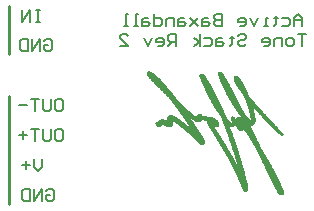
<source format=gbo>
G04 Layer_Color=12566272*
%FSLAX24Y24*%
%MOIN*%
G70*
G01*
G75*
%ADD17C,0.0100*%
%ADD28C,0.0080*%
%ADD38C,0.0010*%
D17*
X1500Y700D02*
Y4300D01*
Y5700D02*
Y7300D01*
D28*
X2520Y7180D02*
X2387D01*
X2453D01*
Y6780D01*
X2520D01*
X2387D01*
X2187D02*
Y7180D01*
X1920Y6780D01*
Y7180D01*
X2653Y6163D02*
X2720Y6230D01*
X2853D01*
X2920Y6163D01*
Y5897D01*
X2853Y5830D01*
X2720D01*
X2653Y5897D01*
Y6030D01*
X2787D01*
X2520Y5830D02*
Y6230D01*
X2254Y5830D01*
Y6230D01*
X2120D02*
Y5830D01*
X1920D01*
X1854Y5897D01*
Y6163D01*
X1920Y6230D01*
X2120D01*
X11266Y6652D02*
Y6918D01*
X11132Y7052D01*
X10999Y6918D01*
Y6652D01*
Y6852D01*
X11266D01*
X10599Y6918D02*
X10799D01*
X10866Y6852D01*
Y6718D01*
X10799Y6652D01*
X10599D01*
X10399Y6985D02*
Y6918D01*
X10466D01*
X10333D01*
X10399D01*
Y6718D01*
X10333Y6652D01*
X10133D02*
X9999D01*
X10066D01*
Y6918D01*
X10133D01*
X9800D02*
X9666Y6652D01*
X9533Y6918D01*
X9200Y6652D02*
X9333D01*
X9400Y6718D01*
Y6852D01*
X9333Y6918D01*
X9200D01*
X9133Y6852D01*
Y6785D01*
X9400D01*
X8600Y7052D02*
Y6652D01*
X8400D01*
X8333Y6718D01*
Y6785D01*
X8400Y6852D01*
X8600D01*
X8400D01*
X8333Y6918D01*
Y6985D01*
X8400Y7052D01*
X8600D01*
X8133Y6918D02*
X8000D01*
X7933Y6852D01*
Y6652D01*
X8133D01*
X8200Y6718D01*
X8133Y6785D01*
X7933D01*
X7800Y6918D02*
X7534Y6652D01*
X7667Y6785D01*
X7534Y6918D01*
X7800Y6652D01*
X7334Y6918D02*
X7200D01*
X7134Y6852D01*
Y6652D01*
X7334D01*
X7400Y6718D01*
X7334Y6785D01*
X7134D01*
X7000Y6652D02*
Y6918D01*
X6800D01*
X6734Y6852D01*
Y6652D01*
X6334Y7052D02*
Y6652D01*
X6534D01*
X6601Y6718D01*
Y6852D01*
X6534Y6918D01*
X6334D01*
X6134D02*
X6001D01*
X5934Y6852D01*
Y6652D01*
X6134D01*
X6201Y6718D01*
X6134Y6785D01*
X5934D01*
X5801Y6652D02*
X5668D01*
X5734D01*
Y7052D01*
X5801D01*
X5468Y6652D02*
X5334D01*
X5401D01*
Y7052D01*
X5468D01*
X11399Y6380D02*
X11132D01*
X11266D01*
Y5980D01*
X10932D02*
X10799D01*
X10733Y6047D01*
Y6180D01*
X10799Y6247D01*
X10932D01*
X10999Y6180D01*
Y6047D01*
X10932Y5980D01*
X10599D02*
Y6247D01*
X10399D01*
X10333Y6180D01*
Y5980D01*
X9999D02*
X10133D01*
X10199Y6047D01*
Y6180D01*
X10133Y6247D01*
X9999D01*
X9933Y6180D01*
Y6113D01*
X10199D01*
X9133Y6313D02*
X9200Y6380D01*
X9333D01*
X9400Y6313D01*
Y6247D01*
X9333Y6180D01*
X9200D01*
X9133Y6113D01*
Y6047D01*
X9200Y5980D01*
X9333D01*
X9400Y6047D01*
X8933Y6313D02*
Y6247D01*
X9000D01*
X8866D01*
X8933D01*
Y6047D01*
X8866Y5980D01*
X8600Y6247D02*
X8467D01*
X8400Y6180D01*
Y5980D01*
X8600D01*
X8667Y6047D01*
X8600Y6113D01*
X8400D01*
X8000Y6247D02*
X8200D01*
X8267Y6180D01*
Y6047D01*
X8200Y5980D01*
X8000D01*
X7867D02*
Y6380D01*
Y6113D02*
X7667Y6247D01*
X7867Y6113D02*
X7667Y5980D01*
X7067D02*
Y6380D01*
X6867D01*
X6800Y6313D01*
Y6180D01*
X6867Y6113D01*
X7067D01*
X6934D02*
X6800Y5980D01*
X6467D02*
X6601D01*
X6667Y6047D01*
Y6180D01*
X6601Y6247D01*
X6467D01*
X6401Y6180D01*
Y6113D01*
X6667D01*
X6267Y6247D02*
X6134Y5980D01*
X6001Y6247D01*
X5201Y5980D02*
X5468D01*
X5201Y6247D01*
Y6313D01*
X5268Y6380D01*
X5401D01*
X5468Y6313D01*
X3100Y3200D02*
X3233D01*
X3300Y3133D01*
Y2867D01*
X3233Y2800D01*
X3100D01*
X3033Y2867D01*
Y3133D01*
X3100Y3200D01*
X2900D02*
Y2867D01*
X2833Y2800D01*
X2700D01*
X2634Y2867D01*
Y3200D01*
X2500D02*
X2234D01*
X2367D01*
Y2800D01*
X2100Y3000D02*
X1834D01*
X1967Y3133D02*
Y2867D01*
X2733Y1133D02*
X2800Y1200D01*
X2933D01*
X3000Y1133D01*
Y867D01*
X2933Y800D01*
X2800D01*
X2733Y867D01*
Y1000D01*
X2867D01*
X2600Y800D02*
Y1200D01*
X2334Y800D01*
Y1200D01*
X2200D02*
Y800D01*
X2000D01*
X1934Y867D01*
Y1133D01*
X2000Y1200D01*
X2200D01*
X3100Y4200D02*
X3233D01*
X3300Y4133D01*
Y3867D01*
X3233Y3800D01*
X3100D01*
X3033Y3867D01*
Y4133D01*
X3100Y4200D01*
X2900D02*
Y3867D01*
X2833Y3800D01*
X2700D01*
X2634Y3867D01*
Y4200D01*
X2500D02*
X2234D01*
X2367D01*
Y3800D01*
X2100Y4000D02*
X1834D01*
X2600Y2200D02*
Y1933D01*
X2467Y1800D01*
X2333Y1933D01*
Y2200D01*
X2200Y2000D02*
X1934D01*
X2067Y2133D02*
Y1867D01*
D38*
X6150Y5140D02*
X6160D01*
X8490Y5130D02*
X8540D01*
X6120D02*
X6190D01*
X8470Y5120D02*
X8560D01*
X6110D02*
X6220D01*
X8470Y5110D02*
X8570D01*
X6100D02*
X6240D01*
X8460Y5100D02*
X8580D01*
X6090D02*
X6250D01*
X8460Y5090D02*
X8590D01*
X6090D02*
X6270D01*
X8460Y5080D02*
X8590D01*
X6090D02*
X6290D01*
X8460Y5070D02*
X8600D01*
X6090D02*
X6300D01*
X8460Y5060D02*
X8610D01*
X6090D02*
X6310D01*
X8460Y5050D02*
X8620D01*
X7880D02*
X7940D01*
X6090D02*
X6320D01*
X8470Y5040D02*
X8620D01*
X7870D02*
X7960D01*
X6100D02*
X6330D01*
X8470Y5030D02*
X8630D01*
X7860D02*
X7970D01*
X6100D02*
X6350D01*
X8470Y5020D02*
X8630D01*
X7860D02*
X7980D01*
X6110D02*
X6360D01*
X8480Y5010D02*
X8640D01*
X7850D02*
X7990D01*
X6120D02*
X6370D01*
X8480Y5000D02*
X8650D01*
X7850D02*
X7990D01*
X6120D02*
X6380D01*
X9010Y4990D02*
X9070D01*
X8490D02*
X8650D01*
X7850D02*
X8000D01*
X6130D02*
X6390D01*
X9000Y4980D02*
X9090D01*
X8490D02*
X8660D01*
X7850D02*
X8010D01*
X6140D02*
X6400D01*
X8990Y4970D02*
X9100D01*
X8490D02*
X8670D01*
X7860D02*
X8020D01*
X6150D02*
X6410D01*
X8990Y4960D02*
X9120D01*
X8500D02*
X8670D01*
X7860D02*
X8030D01*
X6160D02*
X6420D01*
X8990Y4950D02*
X9130D01*
X8500D02*
X8680D01*
X7860D02*
X8030D01*
X6160D02*
X6440D01*
X8990Y4940D02*
X9140D01*
X8510D02*
X8680D01*
X7870D02*
X8040D01*
X6170D02*
X6450D01*
X8990Y4930D02*
X9150D01*
X8510D02*
X8690D01*
X7870D02*
X8050D01*
X6180D02*
X6460D01*
X8990Y4920D02*
X9150D01*
X8520D02*
X8690D01*
X7870D02*
X8050D01*
X6190D02*
X6470D01*
X8990Y4910D02*
X9160D01*
X8520D02*
X8700D01*
X7880D02*
X8060D01*
X6200D02*
X6480D01*
X8990Y4900D02*
X9170D01*
X8520D02*
X8700D01*
X7880D02*
X8070D01*
X6210D02*
X6490D01*
X8990Y4890D02*
X9180D01*
X8530D02*
X8710D01*
X7890D02*
X8070D01*
X6220D02*
X6500D01*
X8990Y4880D02*
X9180D01*
X8530D02*
X8720D01*
X7890D02*
X8080D01*
X6230D02*
X6510D01*
X9000Y4870D02*
X9190D01*
X8540D02*
X8720D01*
X7900D02*
X8080D01*
X6240D02*
X6520D01*
X9000Y4860D02*
X9200D01*
X8540D02*
X8730D01*
X7900D02*
X8090D01*
X6250D02*
X6530D01*
X9000Y4850D02*
X9210D01*
X8550D02*
X8730D01*
X7900D02*
X8100D01*
X6260D02*
X6540D01*
X9010Y4840D02*
X9210D01*
X8550D02*
X8740D01*
X7910D02*
X8100D01*
X6270D02*
X6550D01*
X9010Y4830D02*
X9220D01*
X8550D02*
X8740D01*
X7910D02*
X8110D01*
X6280D02*
X6550D01*
X9010Y4820D02*
X9230D01*
X8560D02*
X8750D01*
X7920D02*
X8110D01*
X6290D02*
X6560D01*
X9020Y4810D02*
X9230D01*
X8560D02*
X8760D01*
X7920D02*
X8120D01*
X6300D02*
X6570D01*
X9020Y4800D02*
X9240D01*
X8570D02*
X8760D01*
X7930D02*
X8130D01*
X6310D02*
X6580D01*
X9020Y4790D02*
X9240D01*
X8570D02*
X8770D01*
X7930D02*
X8130D01*
X6320D02*
X6590D01*
X9030Y4780D02*
X9250D01*
X8570D02*
X8770D01*
X7930D02*
X8140D01*
X6330D02*
X6600D01*
X9030Y4770D02*
X9260D01*
X8580D02*
X8780D01*
X7940D02*
X8150D01*
X6340D02*
X6610D01*
X9040Y4760D02*
X9260D01*
X8580D02*
X8780D01*
X7940D02*
X8150D01*
X6350D02*
X6620D01*
X9050Y4750D02*
X9270D01*
X8590D02*
X8790D01*
X7950D02*
X8160D01*
X6360D02*
X6630D01*
X9050Y4740D02*
X9280D01*
X8590D02*
X8790D01*
X7950D02*
X8160D01*
X6360D02*
X6630D01*
X9060Y4730D02*
X9280D01*
X8600D02*
X8800D01*
X7960D02*
X8170D01*
X6370D02*
X6640D01*
X9060Y4720D02*
X9290D01*
X8600D02*
X8810D01*
X7960D02*
X8180D01*
X6380D02*
X6650D01*
X9070Y4710D02*
X9300D01*
X8600D02*
X8810D01*
X7970D02*
X8180D01*
X6390D02*
X6660D01*
X9070Y4700D02*
X9300D01*
X8610D02*
X8820D01*
X7970D02*
X8190D01*
X6400D02*
X6670D01*
X9080Y4690D02*
X9310D01*
X8610D02*
X8820D01*
X7970D02*
X8190D01*
X6410D02*
X6680D01*
X9090Y4680D02*
X9310D01*
X8620D02*
X8830D01*
X7980D02*
X8200D01*
X6420D02*
X6690D01*
X9090Y4670D02*
X9310D01*
X8620D02*
X8830D01*
X7980D02*
X8210D01*
X6430D02*
X6700D01*
X9100Y4660D02*
X9320D01*
X8630D02*
X8840D01*
X7990D02*
X8210D01*
X6440D02*
X6700D01*
X9110Y4650D02*
X9320D01*
X8630D02*
X8840D01*
X7990D02*
X8220D01*
X6450D02*
X6710D01*
X9110Y4640D02*
X9330D01*
X8640D02*
X8850D01*
X8000D02*
X8220D01*
X6460D02*
X6720D01*
X9120Y4630D02*
X9330D01*
X8640D02*
X8850D01*
X8100D02*
X8230D01*
X8000D02*
X8090D01*
X6470D02*
X6730D01*
X9130Y4620D02*
X9340D01*
X8650D02*
X8860D01*
X8010D02*
X8230D01*
X6480D02*
X6740D01*
X9130Y4610D02*
X9340D01*
X8650D02*
X8870D01*
X8110D02*
X8240D01*
X8010D02*
X8100D01*
X6490D02*
X6750D01*
X9140Y4600D02*
X9350D01*
X8660D02*
X8870D01*
X8020D02*
X8240D01*
X6510D02*
X6750D01*
X9140Y4590D02*
X9350D01*
X8660D02*
X8880D01*
X8120D02*
X8250D01*
X8020D02*
X8110D01*
X6520D02*
X6760D01*
X9150Y4580D02*
X9360D01*
X8670D02*
X8880D01*
X8020D02*
X8250D01*
X6530D02*
X6770D01*
X9160Y4570D02*
X9360D01*
X8670D02*
X8890D01*
X8130D02*
X8260D01*
X8030D02*
X8120D01*
X6540D02*
X6780D01*
X9170Y4560D02*
X9370D01*
X8680D02*
X8890D01*
X8140D02*
X8260D01*
X8030D02*
X8120D01*
X6550D02*
X6790D01*
X9170Y4550D02*
X9370D01*
X8680D02*
X8900D01*
X8140D02*
X8270D01*
X8040D02*
X8130D01*
X6560D02*
X6800D01*
X9180Y4540D02*
X9380D01*
X8680D02*
X8900D01*
X8150D02*
X8280D01*
X8040D02*
X8130D01*
X6570D02*
X6800D01*
X9190Y4530D02*
X9380D01*
X8690D02*
X8910D01*
X8150D02*
X8280D01*
X8050D02*
X8140D01*
X6580D02*
X6810D01*
X9190Y4520D02*
X9380D01*
X8690D02*
X8910D01*
X8160D02*
X8290D01*
X8050D02*
X8140D01*
X6590D02*
X6820D01*
X9200Y4510D02*
X9390D01*
X8700D02*
X8920D01*
X8160D02*
X8290D01*
X8060D02*
X8140D01*
X6600D02*
X6830D01*
X9210Y4500D02*
X9390D01*
X8700D02*
X8920D01*
X8170D02*
X8300D01*
X8060D02*
X8150D01*
X6610D02*
X6840D01*
X9220Y4490D02*
X9400D01*
X8710D02*
X8930D01*
X8170D02*
X8300D01*
X8070D02*
X8150D01*
X6620D02*
X6850D01*
X9220Y4480D02*
X9400D01*
X8710D02*
X8930D01*
X8180D02*
X8310D01*
X8070D02*
X8160D01*
X6630D02*
X6850D01*
X9230Y4470D02*
X9410D01*
X8720D02*
X8940D01*
X8180D02*
X8310D01*
X8070D02*
X8160D01*
X6640D02*
X6860D01*
X9240Y4460D02*
X9410D01*
X8720D02*
X8950D01*
X8190D02*
X8320D01*
X8080D02*
X8170D01*
X6650D02*
X6870D01*
X9240Y4450D02*
X9420D01*
X8730D02*
X8950D01*
X8190D02*
X8320D01*
X8080D02*
X8170D01*
X6660D02*
X6880D01*
X9250Y4440D02*
X9420D01*
X8730D02*
X8960D01*
X8200D02*
X8330D01*
X8090D02*
X8180D01*
X6670D02*
X6890D01*
X9260Y4430D02*
X9420D01*
X8740D02*
X8960D01*
X8200D02*
X8330D01*
X8090D02*
X8180D01*
X6680D02*
X6900D01*
X9270Y4420D02*
X9430D01*
X8740D02*
X8970D01*
X8210D02*
X8340D01*
X8100D02*
X8180D01*
X6690D02*
X6900D01*
X9270Y4410D02*
X9430D01*
X8740D02*
X8970D01*
X8210D02*
X8340D01*
X8100D02*
X8190D01*
X6700D02*
X6910D01*
X9280Y4400D02*
X9440D01*
X8750D02*
X8980D01*
X8220D02*
X8350D01*
X8110D02*
X8190D01*
X6710D02*
X6920D01*
X9290Y4390D02*
X9440D01*
X8750D02*
X8980D01*
X8220D02*
X8350D01*
X8110D02*
X8200D01*
X6720D02*
X6930D01*
X9290Y4380D02*
X9450D01*
X8760D02*
X8990D01*
X8230D02*
X8360D01*
X8120D02*
X8200D01*
X6730D02*
X6940D01*
X9300Y4370D02*
X9450D01*
X8770D02*
X8990D01*
X8230D02*
X8360D01*
X8120D02*
X8210D01*
X6740D02*
X6940D01*
X9310Y4360D02*
X9450D01*
X8770D02*
X9000D01*
X8240D02*
X8370D01*
X8130D02*
X8210D01*
X6750D02*
X6950D01*
X9320Y4350D02*
X9460D01*
X8780D02*
X9000D01*
X8240D02*
X8370D01*
X8130D02*
X8220D01*
X6760D02*
X6960D01*
X9320Y4340D02*
X9460D01*
X8780D02*
X9010D01*
X8250D02*
X8380D01*
X8140D02*
X8220D01*
X6770D02*
X6970D01*
X9330Y4330D02*
X9470D01*
X8790D02*
X9010D01*
X8250D02*
X8380D01*
X8140D02*
X8230D01*
X6780D02*
X6970D01*
X9340Y4320D02*
X9470D01*
X8790D02*
X9020D01*
X8260D02*
X8390D01*
X8150D02*
X8230D01*
X6790D02*
X6980D01*
X9340Y4310D02*
X9470D01*
X8800D02*
X9020D01*
X8260D02*
X8390D01*
X8150D02*
X8240D01*
X6800D02*
X6990D01*
X9350Y4300D02*
X9480D01*
X8810D02*
X9030D01*
X8270D02*
X8400D01*
X8160D02*
X8240D01*
X6810D02*
X7000D01*
X9350Y4290D02*
X9490D01*
X8810D02*
X9030D01*
X8270D02*
X8400D01*
X8160D02*
X8250D01*
X6820D02*
X7000D01*
X9360Y4280D02*
X9490D01*
X8820D02*
X9040D01*
X8280D02*
X8410D01*
X8170D02*
X8250D01*
X6830D02*
X7010D01*
X9360Y4270D02*
X9500D01*
X8820D02*
X9040D01*
X8280D02*
X8410D01*
X8170D02*
X8260D01*
X6840D02*
X7020D01*
X9360Y4260D02*
X9510D01*
X8830D02*
X9050D01*
X8290D02*
X8420D01*
X8180D02*
X8260D01*
X6850D02*
X7030D01*
X9370Y4250D02*
X9520D01*
X8830D02*
X9050D01*
X8290D02*
X8420D01*
X8180D02*
X8270D01*
X6860D02*
X7030D01*
X9370Y4240D02*
X9530D01*
X8840D02*
X9060D01*
X8300D02*
X8430D01*
X8190D02*
X8270D01*
X6860D02*
X7040D01*
X9370Y4230D02*
X9530D01*
X8840D02*
X9060D01*
X8300D02*
X8440D01*
X8190D02*
X8280D01*
X6870D02*
X7050D01*
X9380Y4220D02*
X9540D01*
X8850D02*
X9070D01*
X8310D02*
X8440D01*
X8200D02*
X8290D01*
X6880D02*
X7060D01*
X9380Y4210D02*
X9550D01*
X8860D02*
X9070D01*
X8310D02*
X8450D01*
X8200D02*
X8290D01*
X6890D02*
X7060D01*
X9390Y4200D02*
X9560D01*
X8860D02*
X9080D01*
X8320D02*
X8450D01*
X8210D02*
X8300D01*
X6900D02*
X7070D01*
X9390Y4190D02*
X9570D01*
X8870D02*
X9080D01*
X8320D02*
X8460D01*
X8220D02*
X8300D01*
X6900D02*
X7080D01*
X9390Y4180D02*
X9580D01*
X8870D02*
X9090D01*
X8330D02*
X8460D01*
X8220D02*
X8310D01*
X6910D02*
X7090D01*
X9400Y4170D02*
X9590D01*
X8880D02*
X9090D01*
X8330D02*
X8470D01*
X8230D02*
X8320D01*
X6920D02*
X7090D01*
X9400Y4160D02*
X9600D01*
X8890D02*
X9100D01*
X8340D02*
X8470D01*
X8230D02*
X8320D01*
X6930D02*
X7100D01*
X9400Y4150D02*
X9610D01*
X8890D02*
X9100D01*
X8340D02*
X8480D01*
X8240D02*
X8330D01*
X6930D02*
X7110D01*
X9410Y4140D02*
X9620D01*
X8900D02*
X9110D01*
X8350D02*
X8480D01*
X8250D02*
X8330D01*
X6940D02*
X7120D01*
X9410Y4130D02*
X9630D01*
X8900D02*
X9110D01*
X8350D02*
X8480D01*
X8250D02*
X8340D01*
X6950D02*
X7130D01*
X9420Y4120D02*
X9640D01*
X8910D02*
X9120D01*
X8360D02*
X8490D01*
X8260D02*
X8340D01*
X6960D02*
X7140D01*
X9420Y4110D02*
X9650D01*
X8910D02*
X9120D01*
X8360D02*
X8490D01*
X8260D02*
X8350D01*
X6960D02*
X7160D01*
X9420Y4100D02*
X9660D01*
X8920D02*
X9130D01*
X8370D02*
X8500D01*
X8270D02*
X8360D01*
X6970D02*
X7170D01*
X9430Y4090D02*
X9660D01*
X8930D02*
X9130D01*
X8370D02*
X8500D01*
X8280D02*
X8360D01*
X6980D02*
X7180D01*
X9430Y4080D02*
X9670D01*
X8930D02*
X9140D01*
X8380D02*
X8510D01*
X8280D02*
X8370D01*
X6990D02*
X7190D01*
X9430Y4070D02*
X9680D01*
X8940D02*
X9140D01*
X8380D02*
X8510D01*
X8290D02*
X8370D01*
X6990D02*
X7200D01*
X9440Y4060D02*
X9690D01*
X8940D02*
X9150D01*
X8390D02*
X8520D01*
X8290D02*
X8380D01*
X7000D02*
X7210D01*
X9440Y4050D02*
X9700D01*
X8950D02*
X9160D01*
X8300D02*
X8520D01*
X7010D02*
X7220D01*
X9580Y4040D02*
X9710D01*
X9440D02*
X9570D01*
X8950D02*
X9160D01*
X8300D02*
X8530D01*
X7020D02*
X7230D01*
X9590Y4030D02*
X9720D01*
X9440D02*
X9580D01*
X8960D02*
X9170D01*
X8310D02*
X8530D01*
X7020D02*
X7240D01*
X9600Y4020D02*
X9730D01*
X9450D02*
X9580D01*
X8970D02*
X9170D01*
X8320D02*
X8540D01*
X7030D02*
X7250D01*
X9600Y4010D02*
X9740D01*
X9450D02*
X9580D01*
X8970D02*
X9180D01*
X8320D02*
X8540D01*
X7040D02*
X7260D01*
X9610Y4000D02*
X9750D01*
X9450D02*
X9590D01*
X8980D02*
X9180D01*
X8330D02*
X8550D01*
X7040D02*
X7270D01*
X9620Y3990D02*
X9760D01*
X9460D02*
X9590D01*
X8990D02*
X9190D01*
X8330D02*
X8550D01*
X7050D02*
X7280D01*
X9630Y3980D02*
X9760D01*
X9460D02*
X9590D01*
X8990D02*
X9190D01*
X8340D02*
X8560D01*
X7060D02*
X7290D01*
X9640Y3970D02*
X9770D01*
X9460D02*
X9600D01*
X9000D02*
X9200D01*
X8340D02*
X8560D01*
X7070D02*
X7300D01*
X9650Y3960D02*
X9780D01*
X9470D02*
X9600D01*
X9010D02*
X9200D01*
X8350D02*
X8560D01*
X7070D02*
X7320D01*
X9660Y3950D02*
X9790D01*
X9470D02*
X9600D01*
X9010D02*
X9210D01*
X8360D02*
X8570D01*
X7080D02*
X7330D01*
X9670Y3940D02*
X9800D01*
X9470D02*
X9610D01*
X9020D02*
X9210D01*
X8360D02*
X8570D01*
X7090D02*
X7340D01*
X9680Y3930D02*
X9810D01*
X9480D02*
X9610D01*
X9030D02*
X9220D01*
X8370D02*
X8580D01*
X7090D02*
X7350D01*
X9690Y3920D02*
X9820D01*
X9480D02*
X9610D01*
X9030D02*
X9220D01*
X8380D02*
X8580D01*
X7100D02*
X7360D01*
X9690Y3910D02*
X9830D01*
X9480D02*
X9610D01*
X9040D02*
X9230D01*
X8380D02*
X8590D01*
X7110D02*
X7370D01*
X9700Y3900D02*
X9840D01*
X9490D02*
X9620D01*
X9050D02*
X9230D01*
X8390D02*
X8590D01*
X7110D02*
X7380D01*
X9710Y3890D02*
X9840D01*
X9490D02*
X9620D01*
X9060D02*
X9240D01*
X8390D02*
X8600D01*
X7120D02*
X7390D01*
X9720Y3880D02*
X9850D01*
X9490D02*
X9620D01*
X9060D02*
X9250D01*
X8400D02*
X8600D01*
X7130D02*
X7400D01*
X9730Y3870D02*
X9860D01*
X9490D02*
X9620D01*
X9070D02*
X9250D01*
X8410D02*
X8610D01*
X7140D02*
X7410D01*
X9740Y3860D02*
X9870D01*
X9500D02*
X9630D01*
X9080D02*
X9260D01*
X8410D02*
X8610D01*
X7140D02*
X7420D01*
X9750Y3850D02*
X9880D01*
X9500D02*
X9630D01*
X9080D02*
X9260D01*
X8420D02*
X8620D01*
X7150D02*
X7430D01*
X9760Y3840D02*
X9890D01*
X9500D02*
X9630D01*
X9090D02*
X9270D01*
X8430D02*
X8620D01*
X7160D02*
X7440D01*
X9770Y3830D02*
X9900D01*
X9500D02*
X9630D01*
X9100D02*
X9270D01*
X8440D02*
X8630D01*
X7160D02*
X7460D01*
X9770Y3820D02*
X9910D01*
X9510D02*
X9640D01*
X9100D02*
X9280D01*
X8440D02*
X8630D01*
X7170D02*
X7470D01*
X9780Y3810D02*
X9910D01*
X9510D02*
X9640D01*
X9110D02*
X9280D01*
X8450D02*
X8630D01*
X7180D02*
X7480D01*
X9790Y3800D02*
X9920D01*
X9510D02*
X9640D01*
X9120D02*
X9290D01*
X8460D02*
X8640D01*
X7190D02*
X7490D01*
X9800Y3790D02*
X9930D01*
X9510D02*
X9640D01*
X9130D02*
X9290D01*
X8460D02*
X8640D01*
X7190D02*
X7500D01*
X9810Y3780D02*
X9940D01*
X9520D02*
X9650D01*
X9130D02*
X9300D01*
X8470D02*
X8650D01*
X7200D02*
X7520D01*
X9820Y3770D02*
X9950D01*
X9520D02*
X9650D01*
X9140D02*
X9300D01*
X8480D02*
X8650D01*
X7210D02*
X7530D01*
X9830Y3760D02*
X9960D01*
X9520D02*
X9650D01*
X9150D02*
X9310D01*
X8490D02*
X8650D01*
X7210D02*
X7540D01*
X9840Y3750D02*
X9970D01*
X9520D02*
X9650D01*
X9160D02*
X9310D01*
X8490D02*
X8660D01*
X7220D02*
X7550D01*
X9840Y3740D02*
X9980D01*
X9530D02*
X9660D01*
X9160D02*
X9320D01*
X8500D02*
X8660D01*
X7230D02*
X7560D01*
X9850Y3730D02*
X9990D01*
X9530D02*
X9660D01*
X9170D02*
X9320D01*
X8510D02*
X8670D01*
X7230D02*
X7580D01*
X9860Y3720D02*
X10000D01*
X9530D02*
X9660D01*
X9180D02*
X9330D01*
X8520D02*
X8670D01*
X7820D02*
X7860D01*
X7240D02*
X7590D01*
X9870Y3710D02*
X10010D01*
X9530D02*
X9660D01*
X9190D02*
X9340D01*
X8520D02*
X8670D01*
X7800D02*
X7880D01*
X7250D02*
X7600D01*
X9880Y3700D02*
X10020D01*
X9540D02*
X9670D01*
X9190D02*
X9350D01*
X8530D02*
X8680D01*
X7790D02*
X7890D01*
X7260D02*
X7610D01*
X9890Y3690D02*
X10030D01*
X9540D02*
X9670D01*
X9200D02*
X9360D01*
X8540D02*
X8680D01*
X7780D02*
X7890D01*
X7450D02*
X7620D01*
X7260D02*
X7440D01*
X9900Y3680D02*
X10040D01*
X9540D02*
X9670D01*
X9210D02*
X9370D01*
X8550D02*
X8690D01*
X7770D02*
X7900D01*
X7470D02*
X7640D01*
X7270D02*
X7450D01*
X6850D02*
X6890D01*
X9910Y3670D02*
X10050D01*
X9540D02*
X9670D01*
X9210D02*
X9370D01*
X8560D02*
X8690D01*
X7760D02*
X7900D01*
X7480D02*
X7650D01*
X7280D02*
X7460D01*
X6820D02*
X6940D01*
X9920Y3660D02*
X10060D01*
X9540D02*
X9670D01*
X9220D02*
X9380D01*
X8560D02*
X8690D01*
X7760D02*
X7990D01*
X7490D02*
X7660D01*
X7290D02*
X7460D01*
X6810D02*
X6960D01*
X9930Y3650D02*
X10070D01*
X9540D02*
X9670D01*
X9230D02*
X9390D01*
X8560D02*
X8700D01*
X7750D02*
X8040D01*
X7500D02*
X7670D01*
X7290D02*
X7470D01*
X6790D02*
X6980D01*
X9940Y3640D02*
X10070D01*
X9550D02*
X9680D01*
X9230D02*
X9400D01*
X8920D02*
X8940D01*
X8570D02*
X8700D01*
X7750D02*
X8080D01*
X7510D02*
X7690D01*
X7300D02*
X7480D01*
X6790D02*
X7000D01*
X9950Y3630D02*
X10080D01*
X9550D02*
X9680D01*
X9240D02*
X9410D01*
X8900D02*
X8960D01*
X8570D02*
X8700D01*
X7740D02*
X8110D01*
X7530D02*
X7710D01*
X7310D02*
X7490D01*
X6780D02*
X7020D01*
X9960Y3620D02*
X10090D01*
X9550D02*
X9680D01*
X9240D02*
X9420D01*
X9120D02*
X9160D01*
X8890D02*
X8970D01*
X8580D02*
X8710D01*
X7740D02*
X8170D01*
X7540D02*
X7730D01*
X7310D02*
X7490D01*
X6780D02*
X7040D01*
X9970Y3610D02*
X10100D01*
X9550D02*
X9680D01*
X9250D02*
X9430D01*
X9100D02*
X9180D01*
X8890D02*
X8980D01*
X8580D02*
X8710D01*
X7550D02*
X8230D01*
X7320D02*
X7500D01*
X6780D02*
X7050D01*
X9980Y3600D02*
X10110D01*
X9550D02*
X9680D01*
X9250D02*
X9430D01*
X9090D02*
X9190D01*
X8890D02*
X8990D01*
X8580D02*
X8720D01*
X7560D02*
X8270D01*
X7330D02*
X7510D01*
X6780D02*
X7070D01*
X9980Y3590D02*
X10120D01*
X9560D02*
X9690D01*
X9260D02*
X9440D01*
X9080D02*
X9200D01*
X8890D02*
X9000D01*
X8590D02*
X8730D01*
X7570D02*
X8300D01*
X7340D02*
X7520D01*
X6780D02*
X7080D01*
X9990Y3580D02*
X10130D01*
X9560D02*
X9690D01*
X9260D02*
X9450D01*
X9080D02*
X9210D01*
X8890D02*
X9000D01*
X8590D02*
X8740D01*
X7590D02*
X8320D01*
X7340D02*
X7520D01*
X6780D02*
X7100D01*
X10000Y3570D02*
X10140D01*
X9560D02*
X9690D01*
X9270D02*
X9460D01*
X9080D02*
X9220D01*
X8900D02*
X9010D01*
X8600D02*
X8750D01*
X7600D02*
X8330D01*
X7350D02*
X7530D01*
X6780D02*
X7110D01*
X10010Y3560D02*
X10150D01*
X9560D02*
X9690D01*
X9270D02*
X9480D01*
X9080D02*
X9230D01*
X8900D02*
X9020D01*
X8600D02*
X8760D01*
X7610D02*
X8340D01*
X7360D02*
X7540D01*
X6780D02*
X7130D01*
X10020Y3550D02*
X10160D01*
X9560D02*
X9690D01*
X9280D02*
X9490D01*
X9080D02*
X9240D01*
X8910D02*
X9030D01*
X8600D02*
X8760D01*
X7910D02*
X8360D01*
X7630D02*
X7900D01*
X7360D02*
X7540D01*
X6780D02*
X7140D01*
X10030Y3540D02*
X10170D01*
X9560D02*
X9690D01*
X9280D02*
X9500D01*
X9080D02*
X9250D01*
X8910D02*
X9030D01*
X8610D02*
X8770D01*
X7980D02*
X8370D01*
X7650D02*
X7890D01*
X7370D02*
X7550D01*
X6780D02*
X7160D01*
X6560D02*
X6650D01*
X10040Y3530D02*
X10180D01*
X9560D02*
X9690D01*
X9280D02*
X9510D01*
X9080D02*
X9250D01*
X8910D02*
X9040D01*
X8610D02*
X8780D01*
X8010D02*
X8380D01*
X7670D02*
X7890D01*
X7380D02*
X7560D01*
X6780D02*
X7170D01*
X6540D02*
X6680D01*
X10050Y3520D02*
X10190D01*
X9560D02*
X9690D01*
X9290D02*
X9520D01*
X9080D02*
X9260D01*
X8920D02*
X9050D01*
X8610D02*
X8790D01*
X8040D02*
X8400D01*
X7680D02*
X7880D01*
X7390D02*
X7560D01*
X6780D02*
X7180D01*
X6520D02*
X6710D01*
X10060Y3510D02*
X10200D01*
X9560D02*
X9690D01*
X9290D02*
X9530D01*
X9090D02*
X9270D01*
X8920D02*
X9060D01*
X8620D02*
X8800D01*
X8060D02*
X8410D01*
X7680D02*
X7880D01*
X7390D02*
X7570D01*
X6950D02*
X7200D01*
X6780D02*
X6940D01*
X6510D02*
X6730D01*
X10070Y3500D02*
X10210D01*
X9560D02*
X9690D01*
X9300D02*
X9540D01*
X9090D02*
X9270D01*
X8920D02*
X9070D01*
X8620D02*
X8810D01*
X8090D02*
X8420D01*
X7690D02*
X7880D01*
X7400D02*
X7580D01*
X6960D02*
X7210D01*
X6790D02*
X6940D01*
X6500D02*
X6760D01*
X10080Y3490D02*
X10220D01*
X9300D02*
X9690D01*
X9090D02*
X9280D01*
X8920D02*
X9080D01*
X8630D02*
X8820D01*
X8100D02*
X8430D01*
X7780D02*
X7870D01*
X7700D02*
X7750D01*
X7410D02*
X7580D01*
X6980D02*
X7220D01*
X6790D02*
X6940D01*
X6490D02*
X6780D01*
X10090Y3480D02*
X10230D01*
X9310D02*
X9690D01*
X9100D02*
X9290D01*
X8930D02*
X9090D01*
X8630D02*
X8830D01*
X8100D02*
X8440D01*
X7800D02*
X7860D01*
X7410D02*
X7590D01*
X7000D02*
X7230D01*
X6480D02*
X6950D01*
X10100Y3470D02*
X10240D01*
X9310D02*
X9680D01*
X9100D02*
X9290D01*
X8930D02*
X9090D01*
X8630D02*
X8840D01*
X8100D02*
X8440D01*
X7820D02*
X7850D01*
X7420D02*
X7600D01*
X7010D02*
X7250D01*
X6470D02*
X6950D01*
X10110Y3460D02*
X10250D01*
X9320D02*
X9680D01*
X9110D02*
X9300D01*
X8930D02*
X9100D01*
X8640D02*
X8850D01*
X8100D02*
X8450D01*
X7430D02*
X7600D01*
X7030D02*
X7260D01*
X6420D02*
X6950D01*
X10120Y3450D02*
X10260D01*
X9320D02*
X9680D01*
X8930D02*
X9310D01*
X8640D02*
X8860D01*
X8100D02*
X8460D01*
X7440D02*
X7610D01*
X7040D02*
X7270D01*
X6400D02*
X6950D01*
X10130Y3440D02*
X10260D01*
X9330D02*
X9680D01*
X8930D02*
X9320D01*
X8640D02*
X8880D01*
X8110D02*
X8460D01*
X7440D02*
X7620D01*
X7060D02*
X7290D01*
X6390D02*
X6950D01*
X10140Y3430D02*
X10270D01*
X9330D02*
X9670D01*
X8920D02*
X9320D01*
X8650D02*
X8890D01*
X8110D02*
X8470D01*
X7450D02*
X7620D01*
X7070D02*
X7300D01*
X6390D02*
X6950D01*
X10150Y3420D02*
X10280D01*
X9340D02*
X9670D01*
X8650D02*
X9330D01*
X8110D02*
X8470D01*
X7460D02*
X7630D01*
X7090D02*
X7310D01*
X6380D02*
X6950D01*
X10160Y3410D02*
X10290D01*
X8660D02*
X9660D01*
X8120D02*
X8470D01*
X7460D02*
X7640D01*
X7100D02*
X7320D01*
X6380D02*
X6950D01*
X10170Y3400D02*
X10300D01*
X9350D02*
X9660D01*
X8660D02*
X9340D01*
X8120D02*
X8480D01*
X7470D02*
X7640D01*
X7110D02*
X7340D01*
X6380D02*
X6950D01*
X10180Y3390D02*
X10310D01*
X8660D02*
X9650D01*
X8130D02*
X8480D01*
X7470D02*
X7650D01*
X7120D02*
X7350D01*
X6610D02*
X6940D01*
X6390D02*
X6600D01*
X10180Y3380D02*
X10320D01*
X9030D02*
X9650D01*
X8670D02*
X9020D01*
X8130D02*
X8480D01*
X7480D02*
X7660D01*
X7140D02*
X7360D01*
X6640D02*
X6940D01*
X6390D02*
X6590D01*
X10190Y3370D02*
X10330D01*
X9040D02*
X9630D01*
X8670D02*
X9010D01*
X8130D02*
X8480D01*
X7490D02*
X7660D01*
X7150D02*
X7370D01*
X6660D02*
X6940D01*
X6390D02*
X6590D01*
X10200Y3360D02*
X10340D01*
X9510D02*
X9610D01*
X9040D02*
X9500D01*
X8680D02*
X9000D01*
X8140D02*
X8470D01*
X7490D02*
X7670D01*
X7160D02*
X7390D01*
X6680D02*
X6930D01*
X6400D02*
X6580D01*
X10210Y3350D02*
X10340D01*
X9530D02*
X9590D01*
X9050D02*
X9510D01*
X8820D02*
X8990D01*
X8680D02*
X8810D01*
X8140D02*
X8470D01*
X7500D02*
X7670D01*
X7170D02*
X7400D01*
X6710D02*
X6920D01*
X6410D02*
X6570D01*
X10220Y3340D02*
X10350D01*
X9050D02*
X9510D01*
X8830D02*
X8980D01*
X8680D02*
X8820D01*
X8150D02*
X8470D01*
X7510D02*
X7680D01*
X7190D02*
X7410D01*
X6730D02*
X6910D01*
X6420D02*
X6560D01*
X10230Y3330D02*
X10360D01*
X9060D02*
X9520D01*
X8850D02*
X8960D01*
X8690D02*
X8820D01*
X8160D02*
X8460D01*
X7510D02*
X7690D01*
X7200D02*
X7420D01*
X6750D02*
X6890D01*
X6440D02*
X6550D01*
X10240Y3320D02*
X10370D01*
X9070D02*
X9520D01*
X8900D02*
X8920D01*
X8690D02*
X8820D01*
X8160D02*
X8450D01*
X7520D02*
X7690D01*
X7210D02*
X7430D01*
X6790D02*
X6870D01*
X6460D02*
X6540D01*
X10250Y3310D02*
X10380D01*
X9070D02*
X9530D01*
X8690D02*
X8830D01*
X8320D02*
X8430D01*
X8170D02*
X8300D01*
X7530D02*
X7700D01*
X7230D02*
X7450D01*
X10260Y3300D02*
X10390D01*
X9080D02*
X9530D01*
X8700D02*
X8830D01*
X8170D02*
X8310D01*
X7530D02*
X7710D01*
X7240D02*
X7460D01*
X10260Y3290D02*
X10400D01*
X9090D02*
X9540D01*
X8700D02*
X8840D01*
X8180D02*
X8320D01*
X7540D02*
X7710D01*
X7250D02*
X7470D01*
X10270Y3280D02*
X10410D01*
X9090D02*
X9540D01*
X8700D02*
X8840D01*
X8180D02*
X8330D01*
X7550D02*
X7720D01*
X7260D02*
X7480D01*
X10280Y3270D02*
X10420D01*
X9100D02*
X9550D01*
X8710D02*
X8840D01*
X8190D02*
X8330D01*
X7550D02*
X7730D01*
X7270D02*
X7490D01*
X10290Y3260D02*
X10420D01*
X9310D02*
X9550D01*
X9110D02*
X9300D01*
X8710D02*
X8850D01*
X8200D02*
X8340D01*
X7560D02*
X7730D01*
X7290D02*
X7510D01*
X10300Y3250D02*
X10430D01*
X9310D02*
X9550D01*
X9110D02*
X9300D01*
X8720D02*
X8850D01*
X8210D02*
X8340D01*
X7560D02*
X7740D01*
X7300D02*
X7520D01*
X10310Y3240D02*
X10440D01*
X9320D02*
X9560D01*
X9120D02*
X9300D01*
X8720D02*
X8850D01*
X8210D02*
X8350D01*
X7570D02*
X7750D01*
X7310D02*
X7530D01*
X10330Y3230D02*
X10450D01*
X9330D02*
X9560D01*
X9130D02*
X9300D01*
X8720D02*
X8860D01*
X8220D02*
X8360D01*
X7580D02*
X7750D01*
X7320D02*
X7540D01*
X10340Y3220D02*
X10460D01*
X9330D02*
X9570D01*
X9140D02*
X9300D01*
X8730D02*
X8860D01*
X8230D02*
X8360D01*
X7580D02*
X7760D01*
X7330D02*
X7550D01*
X10360Y3210D02*
X10470D01*
X9340D02*
X9570D01*
X9150D02*
X9290D01*
X8730D02*
X8870D01*
X8230D02*
X8370D01*
X7590D02*
X7770D01*
X7350D02*
X7570D01*
X10370Y3200D02*
X10480D01*
X9350D02*
X9580D01*
X9160D02*
X9290D01*
X8730D02*
X8870D01*
X8240D02*
X8380D01*
X7600D02*
X7770D01*
X7360D02*
X7580D01*
X10380Y3190D02*
X10490D01*
X9350D02*
X9580D01*
X9180D02*
X9280D01*
X8740D02*
X8870D01*
X8250D02*
X8380D01*
X7600D02*
X7780D01*
X7370D02*
X7590D01*
X10390Y3180D02*
X10500D01*
X9360D02*
X9590D01*
X9200D02*
X9260D01*
X8740D02*
X8880D01*
X8250D02*
X8390D01*
X7610D02*
X7780D01*
X7380D02*
X7600D01*
X10400Y3170D02*
X10510D01*
X9370D02*
X9590D01*
X8740D02*
X8880D01*
X8260D02*
X8390D01*
X7620D02*
X7790D01*
X7390D02*
X7610D01*
X10410Y3160D02*
X10520D01*
X9370D02*
X9600D01*
X8750D02*
X8880D01*
X8270D02*
X8400D01*
X7400D02*
X7800D01*
X10420Y3150D02*
X10530D01*
X9380D02*
X9600D01*
X8750D02*
X8890D01*
X8270D02*
X8410D01*
X7420D02*
X7800D01*
X10430Y3140D02*
X10540D01*
X9390D02*
X9610D01*
X8760D02*
X8890D01*
X8280D02*
X8410D01*
X7430D02*
X7810D01*
X10440Y3130D02*
X10550D01*
X9390D02*
X9610D01*
X8760D02*
X8900D01*
X8290D02*
X8420D01*
X7440D02*
X7820D01*
X10450Y3120D02*
X10560D01*
X9400D02*
X9620D01*
X8760D02*
X8900D01*
X8290D02*
X8430D01*
X7450D02*
X7820D01*
X10460Y3110D02*
X10570D01*
X9410D02*
X9620D01*
X8770D02*
X8900D01*
X8300D02*
X8430D01*
X7460D02*
X7830D01*
X10470Y3100D02*
X10580D01*
X9410D02*
X9630D01*
X8770D02*
X8910D01*
X8300D02*
X8440D01*
X7470D02*
X7840D01*
X10480Y3090D02*
X10600D01*
X9420D02*
X9630D01*
X8770D02*
X8910D01*
X8310D02*
X8440D01*
X7490D02*
X7840D01*
X10490Y3080D02*
X10610D01*
X9430D02*
X9640D01*
X8780D02*
X8910D01*
X8320D02*
X8450D01*
X7500D02*
X7850D01*
X10500Y3070D02*
X10610D01*
X9430D02*
X9640D01*
X8780D02*
X8920D01*
X8320D02*
X8460D01*
X7510D02*
X7860D01*
X10520Y3060D02*
X10620D01*
X9440D02*
X9650D01*
X8790D02*
X8920D01*
X8330D02*
X8460D01*
X7520D02*
X7860D01*
X10530Y3050D02*
X10620D01*
X9450D02*
X9650D01*
X8790D02*
X8930D01*
X8330D02*
X8470D01*
X7530D02*
X7870D01*
X10550Y3040D02*
X10620D01*
X9450D02*
X9660D01*
X8790D02*
X8930D01*
X8340D02*
X8470D01*
X7540D02*
X7870D01*
X10560Y3030D02*
X10610D01*
X9460D02*
X9660D01*
X8800D02*
X8930D01*
X8350D02*
X8480D01*
X7560D02*
X7880D01*
X9470Y3020D02*
X9670D01*
X8800D02*
X8940D01*
X8350D02*
X8490D01*
X7570D02*
X7890D01*
X9470Y3010D02*
X9670D01*
X8800D02*
X8940D01*
X8360D02*
X8490D01*
X7580D02*
X7890D01*
X9480Y3000D02*
X9680D01*
X8810D02*
X8940D01*
X8370D02*
X8500D01*
X7590D02*
X7900D01*
X9490Y2990D02*
X9680D01*
X8810D02*
X8950D01*
X8370D02*
X8510D01*
X7600D02*
X7910D01*
X9500Y2980D02*
X9690D01*
X8810D02*
X8950D01*
X8380D02*
X8510D01*
X7610D02*
X7910D01*
X9500Y2970D02*
X9690D01*
X8820D02*
X8950D01*
X8380D02*
X8520D01*
X7620D02*
X7920D01*
X9510Y2960D02*
X9700D01*
X8820D02*
X8960D01*
X8390D02*
X8530D01*
X7630D02*
X7920D01*
X9520Y2950D02*
X9700D01*
X8820D02*
X8960D01*
X8400D02*
X8530D01*
X7640D02*
X7930D01*
X9520Y2940D02*
X9700D01*
X8830D02*
X8960D01*
X8400D02*
X8540D01*
X7650D02*
X7940D01*
X9530Y2930D02*
X9710D01*
X8830D02*
X8970D01*
X8410D02*
X8540D01*
X7660D02*
X7940D01*
X9530Y2920D02*
X9710D01*
X8830D02*
X8970D01*
X8410D02*
X8550D01*
X7670D02*
X7950D01*
X9540Y2910D02*
X9720D01*
X8840D02*
X8970D01*
X8420D02*
X8560D01*
X7680D02*
X7960D01*
X9550Y2900D02*
X9720D01*
X8840D02*
X8980D01*
X8430D02*
X8560D01*
X7690D02*
X7960D01*
X9550Y2890D02*
X9730D01*
X8840D02*
X8980D01*
X8430D02*
X8570D01*
X7700D02*
X7970D01*
X9560Y2880D02*
X9730D01*
X8850D02*
X8980D01*
X8440D02*
X8580D01*
X7710D02*
X7970D01*
X9570Y2870D02*
X9740D01*
X8850D02*
X8990D01*
X8450D02*
X8580D01*
X7730D02*
X7980D01*
X9570Y2860D02*
X9740D01*
X8850D02*
X8990D01*
X8450D02*
X8590D01*
X7740D02*
X7980D01*
X9580Y2850D02*
X9750D01*
X8860D02*
X8990D01*
X8460D02*
X8600D01*
X7750D02*
X7990D01*
X9580Y2840D02*
X9750D01*
X8860D02*
X9000D01*
X8460D02*
X8600D01*
X7760D02*
X8000D01*
X9590Y2830D02*
X9760D01*
X8860D02*
X9000D01*
X8470D02*
X8610D01*
X7770D02*
X8000D01*
X9600Y2820D02*
X9760D01*
X8870D02*
X9000D01*
X8480D02*
X8610D01*
X7780D02*
X8000D01*
X9600Y2810D02*
X9770D01*
X8870D02*
X9010D01*
X8480D02*
X8620D01*
X7790D02*
X8010D01*
X9610Y2800D02*
X9770D01*
X8870D02*
X9010D01*
X8490D02*
X8630D01*
X7800D02*
X8000D01*
X9610Y2790D02*
X9780D01*
X8880D02*
X9010D01*
X8500D02*
X8630D01*
X7810D02*
X8000D01*
X9620Y2780D02*
X9780D01*
X8880D02*
X9020D01*
X8500D02*
X8640D01*
X7830D02*
X8000D01*
X9630Y2770D02*
X9790D01*
X8880D02*
X9020D01*
X8510D02*
X8640D01*
X7840D02*
X8000D01*
X9630Y2760D02*
X9790D01*
X8890D02*
X9030D01*
X8510D02*
X8650D01*
X7850D02*
X8000D01*
X9640Y2750D02*
X9800D01*
X8890D02*
X9030D01*
X8520D02*
X8660D01*
X7860D02*
X8000D01*
X9650Y2740D02*
X9800D01*
X8900D02*
X9030D01*
X8520D02*
X8660D01*
X7870D02*
X7990D01*
X9650Y2730D02*
X9800D01*
X8900D02*
X9040D01*
X8530D02*
X8670D01*
X7880D02*
X7980D01*
X9660Y2720D02*
X9810D01*
X8900D02*
X9040D01*
X8540D02*
X8670D01*
X7900D02*
X7960D01*
X9660Y2710D02*
X9810D01*
X8910D02*
X9040D01*
X8540D02*
X8680D01*
X9670Y2700D02*
X9820D01*
X8910D02*
X9050D01*
X8550D02*
X8690D01*
X9680Y2690D02*
X9820D01*
X8910D02*
X9050D01*
X8550D02*
X8690D01*
X9680Y2680D02*
X9830D01*
X8920D02*
X9050D01*
X8560D02*
X8700D01*
X9690Y2670D02*
X9830D01*
X8920D02*
X9060D01*
X8570D02*
X8700D01*
X9690Y2660D02*
X9840D01*
X8920D02*
X9060D01*
X8570D02*
X8710D01*
X9700Y2650D02*
X9840D01*
X8930D02*
X9060D01*
X8580D02*
X8720D01*
X9710Y2640D02*
X9850D01*
X8930D02*
X9070D01*
X8580D02*
X8720D01*
X9710Y2630D02*
X9850D01*
X8930D02*
X9070D01*
X8590D02*
X8730D01*
X9720Y2620D02*
X9860D01*
X8940D02*
X9070D01*
X8590D02*
X8730D01*
X9720Y2610D02*
X9860D01*
X8940D02*
X9080D01*
X8600D02*
X8740D01*
X9730Y2600D02*
X9870D01*
X8940D02*
X9080D01*
X8610D02*
X8750D01*
X9730Y2590D02*
X9870D01*
X8950D02*
X9080D01*
X8610D02*
X8750D01*
X9740Y2580D02*
X9880D01*
X8950D02*
X9090D01*
X8620D02*
X8760D01*
X9740Y2570D02*
X9880D01*
X8950D02*
X9090D01*
X8620D02*
X8760D01*
X9750Y2560D02*
X9890D01*
X8950D02*
X9090D01*
X8630D02*
X8770D01*
X9750Y2550D02*
X9890D01*
X8960D02*
X9090D01*
X8640D02*
X8780D01*
X9760Y2540D02*
X9900D01*
X8960D02*
X9100D01*
X8640D02*
X8780D01*
X9760Y2530D02*
X9900D01*
X8960D02*
X9100D01*
X8650D02*
X8790D01*
X9770Y2520D02*
X9910D01*
X8970D02*
X9100D01*
X8650D02*
X8790D01*
X9770Y2510D02*
X9920D01*
X8970D02*
X9110D01*
X8660D02*
X8800D01*
X9780Y2500D02*
X9920D01*
X8970D02*
X9110D01*
X8660D02*
X8810D01*
X9780Y2490D02*
X9930D01*
X8980D02*
X9110D01*
X8670D02*
X8810D01*
X9790Y2480D02*
X9940D01*
X8980D02*
X9120D01*
X8680D02*
X8820D01*
X9790Y2470D02*
X9940D01*
X8980D02*
X9120D01*
X8680D02*
X8820D01*
X9800Y2460D02*
X9950D01*
X8990D02*
X9120D01*
X8690D02*
X8830D01*
X9800Y2450D02*
X9950D01*
X8990D02*
X9130D01*
X8690D02*
X8840D01*
X9800Y2440D02*
X9960D01*
X8990D02*
X9130D01*
X8700D02*
X8840D01*
X9810Y2430D02*
X9970D01*
X9000D02*
X9130D01*
X8710D02*
X8850D01*
X9810Y2420D02*
X9970D01*
X9000D02*
X9140D01*
X8710D02*
X8850D01*
X9820Y2410D02*
X9980D01*
X9000D02*
X9140D01*
X8720D02*
X8860D01*
X9820Y2400D02*
X9980D01*
X9000D02*
X9140D01*
X8720D02*
X8870D01*
X9830Y2390D02*
X9990D01*
X9010D02*
X9150D01*
X8730D02*
X8870D01*
X9830Y2380D02*
X10000D01*
X9010D02*
X9150D01*
X8740D02*
X8880D01*
X9840Y2370D02*
X10000D01*
X9010D02*
X9150D01*
X8740D02*
X8880D01*
X9840Y2360D02*
X10010D01*
X9020D02*
X9160D01*
X8750D02*
X8890D01*
X9850Y2350D02*
X10010D01*
X9020D02*
X9160D01*
X8750D02*
X8890D01*
X9850Y2340D02*
X10020D01*
X9020D02*
X9160D01*
X8760D02*
X8900D01*
X9860Y2330D02*
X10030D01*
X9030D02*
X9170D01*
X8760D02*
X8910D01*
X9860Y2320D02*
X10030D01*
X9030D02*
X9170D01*
X8770D02*
X8910D01*
X9870Y2310D02*
X10040D01*
X9030D02*
X9170D01*
X8780D02*
X8920D01*
X9870Y2300D02*
X10040D01*
X9040D02*
X9170D01*
X8780D02*
X8920D01*
X9880Y2290D02*
X10050D01*
X9040D02*
X9180D01*
X8790D02*
X8930D01*
X9880Y2280D02*
X10060D01*
X9040D02*
X9180D01*
X8790D02*
X8930D01*
X9890Y2270D02*
X10060D01*
X9040D02*
X9180D01*
X8800D02*
X8940D01*
X9890Y2260D02*
X10070D01*
X9050D02*
X9190D01*
X8800D02*
X8950D01*
X9890Y2250D02*
X10070D01*
X9050D02*
X9190D01*
X8810D02*
X8950D01*
X9900Y2240D02*
X10080D01*
X9050D02*
X9190D01*
X8810D02*
X8960D01*
X9900Y2230D02*
X10090D01*
X9060D02*
X9200D01*
X8820D02*
X8960D01*
X9910Y2220D02*
X10090D01*
X9060D02*
X9200D01*
X8830D02*
X8970D01*
X9910Y2210D02*
X10100D01*
X9060D02*
X9200D01*
X8830D02*
X8970D01*
X9920Y2200D02*
X10110D01*
X9070D02*
X9210D01*
X8840D02*
X8980D01*
X9920Y2190D02*
X10110D01*
X9070D02*
X9210D01*
X8840D02*
X8990D01*
X9930Y2180D02*
X10120D01*
X9070D02*
X9210D01*
X8850D02*
X8990D01*
X9930Y2170D02*
X10120D01*
X9080D02*
X9210D01*
X8850D02*
X9000D01*
X9940Y2160D02*
X10130D01*
X9080D02*
X9220D01*
X8860D02*
X9000D01*
X9940Y2150D02*
X10140D01*
X9080D02*
X9220D01*
X8860D02*
X9010D01*
X9950Y2140D02*
X10140D01*
X9080D02*
X9220D01*
X8870D02*
X9010D01*
X9950Y2130D02*
X10150D01*
X9090D02*
X9230D01*
X8870D02*
X9020D01*
X9960Y2120D02*
X10150D01*
X9090D02*
X9230D01*
X8880D02*
X9020D01*
X9960Y2110D02*
X10160D01*
X9090D02*
X9230D01*
X8890D02*
X9030D01*
X9970Y2100D02*
X10160D01*
X9100D02*
X9230D01*
X8890D02*
X9030D01*
X9970Y2090D02*
X10170D01*
X9100D02*
X9240D01*
X8900D02*
X9040D01*
X9980Y2080D02*
X10170D01*
X9100D02*
X9240D01*
X8900D02*
X9040D01*
X9980Y2070D02*
X10180D01*
X9100D02*
X9240D01*
X8910D02*
X9050D01*
X9990Y2060D02*
X10190D01*
X9110D02*
X9250D01*
X8910D02*
X9050D01*
X9990Y2050D02*
X10190D01*
X9110D02*
X9250D01*
X8920D02*
X9060D01*
X9990Y2040D02*
X10200D01*
X9110D02*
X9250D01*
X8920D02*
X9060D01*
X10000Y2030D02*
X10200D01*
X9120D02*
X9260D01*
X8930D02*
X9070D01*
X10000Y2020D02*
X10210D01*
X9120D02*
X9260D01*
X8930D02*
X9070D01*
X10010Y2010D02*
X10210D01*
X9120D02*
X9260D01*
X8940D02*
X9080D01*
X10010Y2000D02*
X10220D01*
X9120D02*
X9260D01*
X8940D02*
X9090D01*
X10020Y1990D02*
X10220D01*
X9130D02*
X9270D01*
X8950D02*
X9090D01*
X10020Y1980D02*
X10230D01*
X9130D02*
X9270D01*
X8950D02*
X9100D01*
X10030Y1970D02*
X10230D01*
X9130D02*
X9270D01*
X8960D02*
X9100D01*
X10030Y1960D02*
X10240D01*
X9140D02*
X9280D01*
X8960D02*
X9110D01*
X10040Y1950D02*
X10250D01*
X9140D02*
X9280D01*
X8970D02*
X9110D01*
X10040Y1940D02*
X10250D01*
X9140D02*
X9280D01*
X8970D02*
X9120D01*
X10050Y1930D02*
X10260D01*
X9140D02*
X9280D01*
X8970D02*
X9120D01*
X10050Y1920D02*
X10260D01*
X9150D02*
X9290D01*
X8980D02*
X9130D01*
X10060Y1910D02*
X10270D01*
X9150D02*
X9290D01*
X8980D02*
X9130D01*
X10060Y1900D02*
X10270D01*
X9150D02*
X9290D01*
X8990D02*
X9140D01*
X10070Y1890D02*
X10280D01*
X9160D02*
X9300D01*
X8990D02*
X9140D01*
X10070Y1880D02*
X10280D01*
X9160D02*
X9300D01*
X9000D02*
X9150D01*
X10080Y1870D02*
X10290D01*
X9160D02*
X9300D01*
X9000D02*
X9150D01*
X10080Y1860D02*
X10290D01*
X9010D02*
X9300D01*
X10080Y1850D02*
X10300D01*
X9170D02*
X9310D01*
X9010D02*
X9160D01*
X10090Y1840D02*
X10300D01*
X9020D02*
X9310D01*
X10090Y1830D02*
X10310D01*
X9020D02*
X9310D01*
X10100Y1820D02*
X10310D01*
X9030D02*
X9310D01*
X10100Y1810D02*
X10320D01*
X9030D02*
X9320D01*
X10110Y1800D02*
X10330D01*
X9040D02*
X9320D01*
X10110Y1790D02*
X10330D01*
X9040D02*
X9320D01*
X10120Y1780D02*
X10340D01*
X9050D02*
X9320D01*
X10120Y1770D02*
X10340D01*
X9050D02*
X9330D01*
X10130Y1760D02*
X10350D01*
X9060D02*
X9330D01*
X10130Y1750D02*
X10350D01*
X9060D02*
X9330D01*
X10140Y1740D02*
X10360D01*
X9070D02*
X9330D01*
X10140Y1730D02*
X10360D01*
X9070D02*
X9340D01*
X10150Y1720D02*
X10370D01*
X9070D02*
X9340D01*
X10150Y1710D02*
X10370D01*
X9080D02*
X9340D01*
X10160Y1700D02*
X10380D01*
X9080D02*
X9340D01*
X10160Y1690D02*
X10380D01*
X9090D02*
X9350D01*
X10170Y1680D02*
X10390D01*
X9090D02*
X9350D01*
X10170Y1670D02*
X10390D01*
X9100D02*
X9350D01*
X10180Y1660D02*
X10400D01*
X9100D02*
X9350D01*
X10180Y1650D02*
X10400D01*
X9110D02*
X9360D01*
X10190Y1640D02*
X10410D01*
X9110D02*
X9360D01*
X10190Y1630D02*
X10410D01*
X9120D02*
X9360D01*
X10200Y1620D02*
X10420D01*
X9120D02*
X9370D01*
X10200Y1610D02*
X10420D01*
X9130D02*
X9370D01*
X10200Y1600D02*
X10430D01*
X9130D02*
X9370D01*
X10210Y1590D02*
X10430D01*
X9140D02*
X9370D01*
X10210Y1580D02*
X10440D01*
X9140D02*
X9380D01*
X10220Y1570D02*
X10440D01*
X9140D02*
X9380D01*
X10220Y1560D02*
X10450D01*
X9150D02*
X9380D01*
X10230Y1550D02*
X10450D01*
X9150D02*
X9380D01*
X10230Y1540D02*
X10460D01*
X9150D02*
X9380D01*
X10240Y1530D02*
X10460D01*
X9160D02*
X9390D01*
X10240Y1520D02*
X10470D01*
X9160D02*
X9390D01*
X10250Y1510D02*
X10470D01*
X9170D02*
X9390D01*
X10250Y1500D02*
X10480D01*
X9170D02*
X9390D01*
X10260Y1490D02*
X10480D01*
X9170D02*
X9400D01*
X10260Y1480D02*
X10490D01*
X9180D02*
X9400D01*
X10270Y1470D02*
X10490D01*
X9180D02*
X9400D01*
X10270Y1460D02*
X10500D01*
X9190D02*
X9400D01*
X10280Y1450D02*
X10500D01*
X9190D02*
X9410D01*
X10280Y1440D02*
X10510D01*
X9190D02*
X9410D01*
X10290Y1430D02*
X10510D01*
X9200D02*
X9410D01*
X10290Y1420D02*
X10520D01*
X9200D02*
X9410D01*
X10300Y1410D02*
X10520D01*
X9210D02*
X9420D01*
X10300Y1400D02*
X10530D01*
X9210D02*
X9420D01*
X10310Y1390D02*
X10530D01*
X9220D02*
X9420D01*
X10320Y1380D02*
X10540D01*
X9220D02*
X9420D01*
X10320Y1370D02*
X10540D01*
X9220D02*
X9420D01*
X10330Y1360D02*
X10540D01*
X9230D02*
X9430D01*
X10330Y1350D02*
X10550D01*
X9230D02*
X9430D01*
X10340Y1340D02*
X10550D01*
X9240D02*
X9430D01*
X10340Y1330D02*
X10560D01*
X9240D02*
X9430D01*
X10350Y1320D02*
X10560D01*
X9250D02*
X9440D01*
X10350Y1310D02*
X10570D01*
X9250D02*
X9440D01*
X10360Y1300D02*
X10570D01*
X9260D02*
X9440D01*
X10360Y1290D02*
X10570D01*
X9260D02*
X9440D01*
X10370Y1280D02*
X10580D01*
X9270D02*
X9440D01*
X10380Y1270D02*
X10580D01*
X9270D02*
X9440D01*
X10380Y1260D02*
X10590D01*
X9280D02*
X9450D01*
X10390Y1250D02*
X10590D01*
X9280D02*
X9450D01*
X10390Y1240D02*
X10600D01*
X9290D02*
X9450D01*
X10400Y1230D02*
X10600D01*
X9290D02*
X9450D01*
X10400Y1220D02*
X10600D01*
X9290D02*
X9450D01*
X10410Y1210D02*
X10610D01*
X9300D02*
X9450D01*
X10410Y1200D02*
X10610D01*
X9300D02*
X9450D01*
X10420Y1190D02*
X10620D01*
X9310D02*
X9440D01*
X10430Y1180D02*
X10620D01*
X9320D02*
X9430D01*
X10430Y1170D02*
X10630D01*
X9330D02*
X9420D01*
X10440Y1160D02*
X10630D01*
X9350D02*
X9410D01*
X10440Y1150D02*
X10630D01*
X10450Y1140D02*
X10630D01*
X10450Y1130D02*
X10640D01*
X10460Y1120D02*
X10640D01*
X10470Y1110D02*
X10640D01*
X10470Y1100D02*
X10640D01*
X10480Y1090D02*
X10640D01*
X10490Y1080D02*
X10640D01*
X10500Y1070D02*
X10630D01*
X10510Y1060D02*
X10630D01*
X10520Y1050D02*
X10620D01*
X10540Y1040D02*
X10590D01*
M02*

</source>
